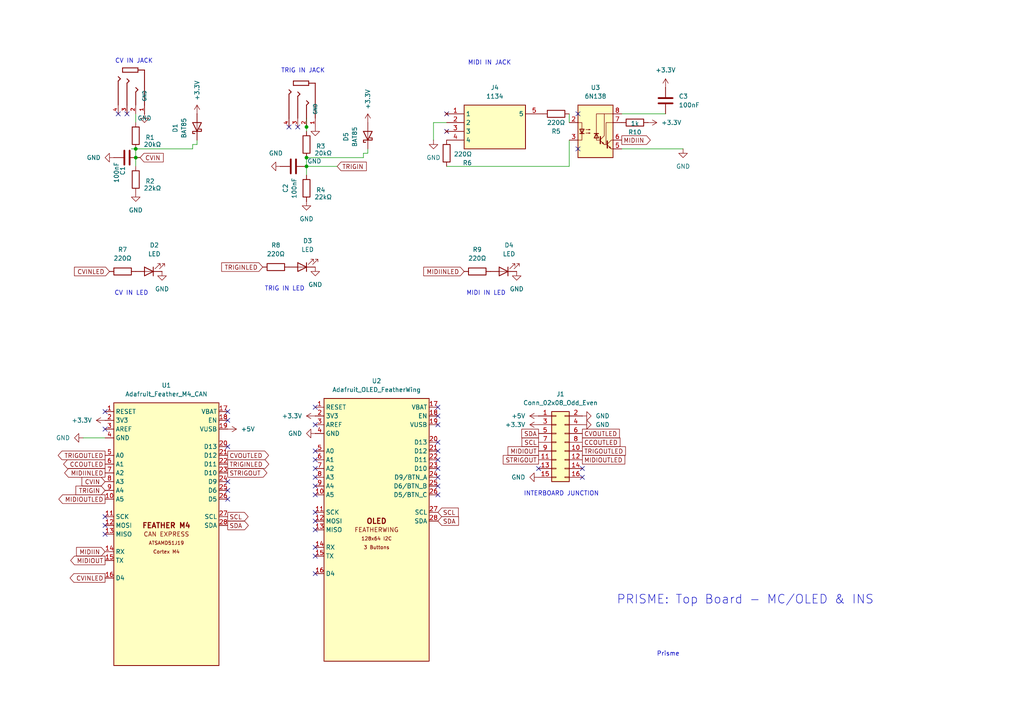
<source format=kicad_sch>
(kicad_sch (version 20250114) (generator "eeschema") (generator_version "9.0")
  (paper "A4")
  (lib_symbols
    (symbol "1134 Din Jack:1134"
      (property "Reference" "J" (at 24.13 7.62 0))
      (property "Value" "1134" (at 24.13 5.08 0))
      (symbol "1134_1_1"
        (rectangle (start 5.08 2.54) (end 22.86 -10.16) (stroke (width 0.254)) (fill (type background)))
        (pin no_connect line (at 0 0 0) (length 5.08) (name "1") (number "1"))
        (pin passive line (at 0 -2.54 0) (length 5.08) (name "2") (number "2"))
        (pin no_connect line (at 0 -5.08 0) (length 5.08) (name "3") (number "3"))
        (pin passive line (at 0 -7.62 0) (length 5.08) (name "4") (number "4"))
        (pin passive line (at 27.94 0 180) (length 5.08) (name "5") (number "5"))
      )
    )
    (symbol "Adafruit:Adafruit_Feather_M4_CAN"
      (property "Reference" "U" (at 0 39.37 0))
      (property "Value" "Adafruit_Feather_M4_CAN" (at 0 -39.37 0))
      (symbol "Adafruit_Feather_M4_CAN_1_1"
        (rectangle (start -15.24 38.1) (end 15.24 -38.1) (stroke (width 0.254)) (fill (type background)))
        (text "FEATHER M4" (at 0 2.54 0) (effects (font (size 1.5 1.5) (bold yes))))
        (text "CAN EXPRESS" (at 0 0 0) (effects (font (size 1.27 1.27))))
        (text "ATSAMD51J19" (at 0 -2.54 0) (effects (font (size 1 1))))
        (text "Cortex M4" (at 0 -5.08 0) (effects (font (size 1 1))))
        (pin input line (at -17.78 35.56 0) (length 2.54) (name "RESET") (number "1"))
        (pin power_out line (at -17.78 33.02 0) (length 2.54) (name "3V3") (number "2"))
        (pin passive line (at -17.78 30.48 0) (length 2.54) (name "AREF") (number "3"))
        (pin power_out line (at -17.78 27.94 0) (length 2.54) (name "GND") (number "4"))
        (pin bidirectional line (at -17.78 22.86 0) (length 2.54) (name "A0") (number "5"))
        (pin bidirectional line (at -17.78 20.32 0) (length 2.54) (name "A1") (number "6"))
        (pin bidirectional line (at -17.78 17.78 0) (length 2.54) (name "A2") (number "7"))
        (pin bidirectional line (at -17.78 15.24 0) (length 2.54) (name "A3") (number "8"))
        (pin bidirectional line (at -17.78 12.7 0) (length 2.54) (name "A4") (number "9"))
        (pin bidirectional line (at -17.78 10.16 0) (length 2.54) (name "A5") (number "10"))
        (pin bidirectional line (at -17.78 5.08 0) (length 2.54) (name "SCK") (number "11"))
        (pin bidirectional line (at -17.78 2.54 0) (length 2.54) (name "MOSI") (number "12"))
        (pin bidirectional line (at -17.78 0 0) (length 2.54) (name "MISO") (number "13"))
        (pin bidirectional line (at -17.78 -5.08 0) (length 2.54) (name "RX") (number "14"))
        (pin bidirectional line (at -17.78 -7.62 0) (length 2.54) (name "TX") (number "15"))
        (pin bidirectional line (at -17.78 -12.7 0) (length 2.54) (name "D4") (number "16"))
        (pin power_out line (at 17.78 35.56 180) (length 2.54) (name "VBAT") (number "17"))
        (pin input line (at 17.78 33.02 180) (length 2.54) (name "EN") (number "18"))
        (pin power_out line (at 17.78 30.48 180) (length 2.54) (name "VUSB") (number "19"))
        (pin bidirectional line (at 17.78 25.4 180) (length 2.54) (name "D13") (number "20"))
        (pin bidirectional line (at 17.78 22.86 180) (length 2.54) (name "D12") (number "21"))
        (pin bidirectional line (at 17.78 20.32 180) (length 2.54) (name "D11") (number "22"))
        (pin bidirectional line (at 17.78 17.78 180) (length 2.54) (name "D10") (number "23"))
        (pin bidirectional line (at 17.78 15.24 180) (length 2.54) (name "D9") (number "24"))
        (pin bidirectional line (at 17.78 12.7 180) (length 2.54) (name "D6") (number "25"))
        (pin bidirectional line (at 17.78 10.16 180) (length 2.54) (name "D5") (number "26"))
        (pin bidirectional line (at 17.78 5.08 180) (length 2.54) (name "SCL") (number "27"))
        (pin bidirectional line (at 17.78 2.54 180) (length 2.54) (name "SDA") (number "28"))
      )
    )
    (symbol "Adafruit:Adafruit_OLED_FeatherWing"
      (property "Reference" "U" (at 0 39.37 0))
      (property "Value" "Adafruit_OLED_FeatherWing" (at 0 -39.37 0))
      (symbol "Adafruit_OLED_FeatherWing_1_1"
        (rectangle (start -15.24 38.1) (end 15.24 -38.1) (stroke (width 0.254)) (fill (type background)))
        (text "OLED" (at 0 2.54 0) (effects (font (size 1.5 1.5) (bold yes))))
        (text "FEATHERWING" (at 0 0 0) (effects (font (size 1.27 1.27))))
        (text "128x64 I2C" (at 0 -2.54 0) (effects (font (size 1 1))))
        (text "3 Buttons" (at 0 -5.08 0) (effects (font (size 1 1))))
        (pin input line (at -17.78 35.56 0) (length 2.54) (name "RESET") (number "1"))
        (pin power_in line (at -17.78 33.02 0) (length 2.54) (name "3V3") (number "2"))
        (pin passive line (at -17.78 30.48 0) (length 2.54) (name "AREF") (number "3"))
        (pin power_in line (at -17.78 27.94 0) (length 2.54) (name "GND") (number "4"))
        (pin bidirectional line (at -17.78 22.86 0) (length 2.54) (name "A0") (number "5"))
        (pin bidirectional line (at -17.78 20.32 0) (length 2.54) (name "A1") (number "6"))
        (pin bidirectional line (at -17.78 17.78 0) (length 2.54) (name "A2") (number "7"))
        (pin bidirectional line (at -17.78 15.24 0) (length 2.54) (name "A3") (number "8"))
        (pin bidirectional line (at -17.78 12.7 0) (length 2.54) (name "A4") (number "9"))
        (pin bidirectional line (at -17.78 10.16 0) (length 2.54) (name "A5") (number "10"))
        (pin bidirectional line (at -17.78 5.08 0) (length 2.54) (name "SCK") (number "11"))
        (pin bidirectional line (at -17.78 2.54 0) (length 2.54) (name "MOSI") (number "12"))
        (pin bidirectional line (at -17.78 0 0) (length 2.54) (name "MISO") (number "13"))
        (pin bidirectional line (at -17.78 -5.08 0) (length 2.54) (name "RX") (number "14"))
        (pin bidirectional line (at -17.78 -7.62 0) (length 2.54) (name "TX") (number "15"))
        (pin bidirectional line (at -17.78 -12.7 0) (length 2.54) (name "D4") (number "16"))
        (pin power_in line (at 17.78 35.56 180) (length 2.54) (name "VBAT") (number "17"))
        (pin input line (at 17.78 33.02 180) (length 2.54) (name "EN") (number "18"))
        (pin power_in line (at 17.78 30.48 180) (length 2.54) (name "VUSB") (number "19"))
        (pin bidirectional line (at 17.78 25.4 180) (length 2.54) (name "D13") (number "20"))
        (pin bidirectional line (at 17.78 22.86 180) (length 2.54) (name "D12") (number "21"))
        (pin bidirectional line (at 17.78 20.32 180) (length 2.54) (name "D11") (number "22"))
        (pin bidirectional line (at 17.78 17.78 180) (length 2.54) (name "D10") (number "23"))
        (pin bidirectional line (at 17.78 15.24 180) (length 2.54) (name "D9/BTN_A") (number "24"))
        (pin bidirectional line (at 17.78 12.7 180) (length 2.54) (name "D6/BTN_B") (number "25"))
        (pin bidirectional line (at 17.78 10.16 180) (length 2.54) (name "D5/BTN_C") (number "26"))
        (pin bidirectional line (at 17.78 5.08 180) (length 2.54) (name "SCL") (number "27"))
        (pin bidirectional line (at 17.78 2.54 180) (length 2.54) (name "SDA") (number "28"))
      )
    )
    (symbol "Connector_Generic:Conn_02x08_Odd_Even" (pin_names (offset 1.016) (hide yes))
      (property "Reference" "J" (at 1.27 10.16 0))
      (property "Value" "Conn_02x08_Odd_Even" (at 1.27 -12.7 0))
      (symbol "Conn_02x08_Odd_Even_1_1"
        (rectangle (start -1.27 8.89) (end 3.81 -11.43) (stroke (width 0.254)) (fill (type background)))
        (rectangle (start -1.27 7.747) (end 0 7.493) (stroke (width 0.1524)))
        (rectangle (start -1.27 5.207) (end 0 4.953) (stroke (width 0.1524)))
        (rectangle (start -1.27 2.667) (end 0 2.413) (stroke (width 0.1524)))
        (rectangle (start -1.27 0.127) (end 0 -0.127) (stroke (width 0.1524)))
        (rectangle (start -1.27 -2.413) (end 0 -2.667) (stroke (width 0.1524)))
        (rectangle (start -1.27 -4.953) (end 0 -5.207) (stroke (width 0.1524)))
        (rectangle (start -1.27 -7.493) (end 0 -7.747) (stroke (width 0.1524)))
        (rectangle (start -1.27 -10.033) (end 0 -10.287) (stroke (width 0.1524)))
        (rectangle (start 3.81 7.747) (end 2.54 7.493) (stroke (width 0.1524)))
        (rectangle (start 3.81 5.207) (end 2.54 4.953) (stroke (width 0.1524)))
        (rectangle (start 3.81 2.667) (end 2.54 2.413) (stroke (width 0.1524)))
        (rectangle (start 3.81 0.127) (end 2.54 -0.127) (stroke (width 0.1524)))
        (rectangle (start 3.81 -2.413) (end 2.54 -2.667) (stroke (width 0.1524)))
        (rectangle (start 3.81 -4.953) (end 2.54 -5.207) (stroke (width 0.1524)))
        (rectangle (start 3.81 -7.493) (end 2.54 -7.747) (stroke (width 0.1524)))
        (rectangle (start 3.81 -10.033) (end 2.54 -10.287) (stroke (width 0.1524)))
        (pin passive line (at -5.08 7.62 0) (length 3.81) (name "Pin_1") (number "1"))
        (pin passive line (at -5.08 5.08 0) (length 3.81) (name "Pin_3") (number "3"))
        (pin passive line (at -5.08 2.54 0) (length 3.81) (name "Pin_5") (number "5"))
        (pin passive line (at -5.08 0 0) (length 3.81) (name "Pin_7") (number "7"))
        (pin passive line (at -5.08 -2.54 0) (length 3.81) (name "Pin_9") (number "9"))
        (pin passive line (at -5.08 -5.08 0) (length 3.81) (name "Pin_11") (number "11"))
        (pin passive line (at -5.08 -7.62 0) (length 3.81) (name "Pin_13") (number "13"))
        (pin passive line (at -5.08 -10.16 0) (length 3.81) (name "Pin_15") (number "15"))
        (pin passive line (at 7.62 7.62 180) (length 3.81) (name "Pin_2") (number "2"))
        (pin passive line (at 7.62 5.08 180) (length 3.81) (name "Pin_4") (number "4"))
        (pin passive line (at 7.62 2.54 180) (length 3.81) (name "Pin_6") (number "6"))
        (pin passive line (at 7.62 0 180) (length 3.81) (name "Pin_8") (number "8"))
        (pin passive line (at 7.62 -2.54 180) (length 3.81) (name "Pin_10") (number "10"))
        (pin passive line (at 7.62 -5.08 180) (length 3.81) (name "Pin_12") (number "12"))
        (pin passive line (at 7.62 -7.62 180) (length 3.81) (name "Pin_14") (number "14"))
        (pin passive line (at 7.62 -10.16 180) (length 3.81) (name "Pin_16") (number "16"))
      )
    )
    (symbol "Device:C" (pin_numbers (hide yes)) (pin_names (offset 0.254))
      (property "Reference" "C" (at 0.635 2.54 0))
      (property "Value" "C" (at 0.635 -2.54 0))
      (symbol "C_0_1"
        (polyline (pts (xy -2.032 0.762) (xy 2.032 0.762)) (stroke (width 0.508)))
        (polyline (pts (xy -2.032 -0.762) (xy 2.032 -0.762)) (stroke (width 0.508)))
      )
      (symbol "C_1_1"
        (pin passive line (at 0 3.81 270) (length 2.794) (name "~") (number "1"))
        (pin passive line (at 0 -3.81 90) (length 2.794) (name "~") (number "2"))
      )
    )
    (symbol "Device:LED" (pin_numbers (hide yes)) (pin_names (offset 1.016) (hide yes))
      (property "Reference" "D" (at 0 2.54 0))
      (property "Value" "LED" (at 0 -2.54 0))
      (symbol "LED_0_1"
        (polyline (pts (xy -3.048 -0.762) (xy -4.572 -2.286) (xy -3.81 -2.286) (xy -4.572 -2.286) (xy -4.572 -1.524)))
        (polyline (pts (xy -1.778 -0.762) (xy -3.302 -2.286) (xy -2.54 -2.286) (xy -3.302 -2.286) (xy -3.302 -1.524)))
        (polyline (pts (xy -1.27 0) (xy 1.27 0)))
        (polyline (pts (xy -1.27 -1.27) (xy -1.27 1.27)) (stroke (width 0.254)))
        (polyline (pts (xy 1.27 -1.27) (xy 1.27 1.27) (xy -1.27 0) (xy 1.27 -1.27)) (stroke (width 0.254)))
      )
      (symbol "LED_1_1"
        (pin passive line (at -3.81 0 0) (length 2.54) (name "K") (number "1"))
        (pin passive line (at 3.81 0 180) (length 2.54) (name "A") (number "2"))
      )
    )
    (symbol "Device:R" (pin_numbers (hide yes)) (pin_names (offset 0))
      (property "Reference" "R" (at 2.032 0 90))
      (property "Value" "R" (at 0 0 90))
      (symbol "R_0_1"
        (rectangle (start -1.016 -2.54) (end 1.016 2.54) (stroke (width 0.254)))
      )
      (symbol "R_1_1"
        (pin passive line (at 0 3.81 270) (length 1.27) (name "~") (number "1"))
        (pin passive line (at 0 -3.81 90) (length 1.27) (name "~") (number "2"))
      )
    )
    (symbol "Diode:BAT85" (pin_numbers (hide yes)) (pin_names (offset 1.016) (hide yes))
      (property "Reference" "D" (at 0 2.54 0))
      (property "Value" "BAT85" (at 0 -2.54 0))
      (symbol "BAT85_0_1"
        (polyline (pts (xy -1.905 0.635) (xy -1.905 1.27) (xy -1.27 1.27) (xy -1.27 -1.27) (xy -0.635 -1.27) (xy -0.635 -0.635)) (stroke (width 0.254)))
        (polyline (pts (xy 1.27 1.27) (xy 1.27 -1.27) (xy -1.27 0) (xy 1.27 1.27)) (stroke (width 0.254)))
        (polyline (pts (xy 1.27 0) (xy -1.27 0)))
      )
      (symbol "BAT85_1_1"
        (pin passive line (at -3.81 0 0) (length 2.54) (name "K") (number "1"))
        (pin passive line (at 3.81 0 180) (length 2.54) (name "A") (number "2"))
      )
    )
    (symbol "Isolator:6N138" (pin_names (offset 1.016) (hide yes))
      (property "Reference" "U" (at -4.064 8.89 0))
      (property "Value" "6N138" (at 2.286 8.89 0))
      (symbol "6N138_0_1"
        (rectangle (start -5.08 7.62) (end 5.08 -7.62) (stroke (width 0.254)) (fill (type background)))
        (polyline (pts (xy -5.08 -2.54) (xy -3.937 -2.54) (xy -3.937 2.54) (xy -5.08 2.54)))
        (polyline (pts (xy -4.572 -0.635) (xy -3.302 -0.635)) (stroke (width 0.254)))
        (polyline (pts (xy -3.937 -0.635) (xy -4.572 0.635) (xy -3.302 0.635) (xy -3.937 -0.635)) (stroke (width 0.254)))
        (polyline (pts (xy -2.794 0.508) (xy -1.524 0.508) (xy -1.905 0.381) (xy -1.905 0.635) (xy -1.524 0.508)))
        (polyline (pts (xy -2.794 -0.508) (xy -1.524 -0.508) (xy -1.905 -0.635) (xy -1.905 -0.381) (xy -1.524 -0.508)))
        (polyline (pts (xy 0.254 -0.635) (xy 0.889 -1.905) (xy -0.381 -1.905) (xy 0.254 -0.635)) (stroke (width 0.254)))
        (polyline (pts (xy 0.889 -0.635) (xy -0.381 -0.635)) (stroke (width 0.254)))
        (polyline (pts (xy 1.27 -2.54) (xy 0.254 -2.54) (xy 0.254 5.08) (xy 2.54 5.08)))
        (polyline (pts (xy 1.397 -1.524) (xy 1.397 -3.556)) (stroke (width 0.3556)))
        (polyline (pts (xy 1.397 -2.413) (xy 2.54 -1.27)))
        (polyline (pts (xy 1.397 -2.667) (xy 2.54 -3.81)))
        (polyline (pts (xy 2.413 -3.683) (xy 2.159 -3.175) (xy 1.905 -3.429) (xy 2.413 -3.683)))
        (polyline (pts (xy 2.54 -1.27) (xy 2.54 5.08) (xy 5.08 5.08)))
        (polyline (pts (xy 2.54 -3.81) (xy 3.175 -3.81)))
        (polyline (pts (xy 3.429 -2.794) (xy 3.429 -4.826)) (stroke (width 0.3556)))
        (polyline (pts (xy 3.429 -3.683) (xy 4.572 -2.54)))
        (polyline (pts (xy 3.429 -3.937) (xy 4.572 -5.08)))
        (polyline (pts (xy 4.445 -4.953) (xy 4.191 -4.445) (xy 3.937 -4.699) (xy 4.445 -4.953)))
        (polyline (pts (xy 4.572 -2.54) (xy 5.08 -2.54)))
        (polyline (pts (xy 4.572 -5.08) (xy 5.08 -5.08)))
        (polyline (pts (xy 5.08 2.54) (xy 3.048 2.54) (xy 3.048 -3.81)))
      )
      (symbol "6N138_1_1"
        (pin passive line (at -7.62 2.54 0) (length 2.54) (name "C1") (number "2"))
        (pin passive line (at -7.62 -2.54 0) (length 2.54) (name "C2") (number "3"))
        (pin no_connect line (at -5.08 5.08 0) (length 2.54) (hide yes) (name "NC") (number "1"))
        (pin no_connect line (at -5.08 -5.08 0) (length 2.54) (hide yes) (name "NC") (number "4"))
        (pin passive line (at 7.62 5.08 180) (length 2.54) (name "VCC") (number "8"))
        (pin passive line (at 7.62 2.54 180) (length 2.54) (name "VO1") (number "7"))
        (pin passive line (at 7.62 -2.54 180) (length 2.54) (name "VO2") (number "6"))
        (pin passive line (at 7.62 -5.08 180) (length 2.54) (name "GND") (number "5"))
      )
    )
    (symbol "PJ-320A:PJ-320A" (pin_names (offset 1.016))
      (symbol "PJ-320A_0_0"
        (polyline (pts (xy -5.08 1.27) (xy 1.905 1.27)) (stroke (width 0.254)))
        (polyline (pts (xy -5.08 -1.27) (xy 1.27 -1.27)) (stroke (width 0.254)))
        (polyline (pts (xy -5.08 -3.81) (xy -1.27 -3.81)) (stroke (width 0.254)))
        (polyline (pts (xy -5.08 -6.35) (xy 5.08 -6.35)) (stroke (width 0.254)))
        (polyline (pts (xy -1.27 -3.81) (xy -0.635 -4.445)) (stroke (width 0.254)))
        (polyline (pts (xy -0.635 -4.445) (xy 0 -3.81)) (stroke (width 0.254)))
        (polyline (pts (xy 1.27 -1.27) (xy 1.905 -1.905)) (stroke (width 0.254)))
        (polyline (pts (xy 1.905 1.27) (xy 2.54 0.635)) (stroke (width 0.254)))
        (polyline (pts (xy 1.905 -1.905) (xy 2.54 -1.27)) (stroke (width 0.254)))
        (polyline (pts (xy 2.54 0.635) (xy 3.175 1.27)) (stroke (width 0.254)))
        (polyline (pts (xy 4.445 0) (xy 5.715 0)) (stroke (width 0.254)))
        (polyline (pts (xy 4.445 -4.445) (xy 4.445 0)) (stroke (width 0.254)))
        (polyline (pts (xy 5.08 -4.445) (xy 4.445 -4.445)) (stroke (width 0.254)))
        (polyline (pts (xy 5.08 -6.35) (xy 5.08 -4.445)) (stroke (width 0.254)))
        (polyline (pts (xy 5.715 0) (xy 5.715 -4.445)) (stroke (width 0.254)))
        (polyline (pts (xy 5.715 -4.445) (xy 5.08 -4.445)) (stroke (width 0.254)))
        (pin passive line (at -7.62 1.27 0) (length 2.54) (name "~") (number "4"))
      )
      (symbol "PJ-320A_1_0"
        (pin passive line (at -7.62 -1.27 0) (length 2.54) (name "") (number "3"))
        (pin passive line (at -7.62 -3.81 0) (length 2.54) (name "") (number "2"))
        (pin passive line (at -7.62 -6.35 0) (length 2.54) (name "GND") (number "1"))
      )
    )
    (symbol "PJ-320A_1" (pin_names (offset 1.016))
      (symbol "PJ-320A_1_0_0"
        (polyline (pts (xy -5.08 1.27) (xy 1.905 1.27)) (stroke (width 0.254)))
        (polyline (pts (xy -5.08 -1.27) (xy 1.27 -1.27)) (stroke (width 0.254)))
        (polyline (pts (xy -5.08 -3.81) (xy -1.27 -3.81)) (stroke (width 0.254)))
        (polyline (pts (xy -5.08 -6.35) (xy 5.08 -6.35)) (stroke (width 0.254)))
        (polyline (pts (xy -1.27 -3.81) (xy -0.635 -4.445)) (stroke (width 0.254)))
        (polyline (pts (xy -0.635 -4.445) (xy 0 -3.81)) (stroke (width 0.254)))
        (polyline (pts (xy 1.27 -1.27) (xy 1.905 -1.905)) (stroke (width 0.254)))
        (polyline (pts (xy 1.905 1.27) (xy 2.54 0.635)) (stroke (width 0.254)))
        (polyline (pts (xy 1.905 -1.905) (xy 2.54 -1.27)) (stroke (width 0.254)))
        (polyline (pts (xy 2.54 0.635) (xy 3.175 1.27)) (stroke (width 0.254)))
        (polyline (pts (xy 4.445 0) (xy 5.715 0)) (stroke (width 0.254)))
        (polyline (pts (xy 4.445 -4.445) (xy 4.445 0)) (stroke (width 0.254)))
        (polyline (pts (xy 5.08 -4.445) (xy 4.445 -4.445)) (stroke (width 0.254)))
        (polyline (pts (xy 5.08 -6.35) (xy 5.08 -4.445)) (stroke (width 0.254)))
        (polyline (pts (xy 5.715 0) (xy 5.715 -4.445)) (stroke (width 0.254)))
        (polyline (pts (xy 5.715 -4.445) (xy 5.08 -4.445)) (stroke (width 0.254)))
        (pin passive line (at -7.62 1.27 0) (length 2.54) (name "~") (number "4"))
      )
      (symbol "PJ-320A_1_1_0"
        (pin passive line (at -7.62 -1.27 0) (length 2.54) (name "") (number "3"))
        (pin passive line (at -7.62 -3.81 0) (length 2.54) (name "") (number "2"))
        (pin passive line (at -7.62 -6.35 0) (length 2.54) (name "GND") (number "1"))
      )
    )
    (symbol "power:+3.3V" (power) (pin_numbers (hide yes)) (pin_names (offset 0) (hide yes))
      (property "Value" "+3.3V" (at 0 3.556 0))
      (symbol "+3.3V_0_1"
        (polyline (pts (xy -0.762 1.27) (xy 0 2.54)))
        (polyline (pts (xy 0 2.54) (xy 0.762 1.27)))
        (polyline (pts (xy 0 0) (xy 0 2.54)))
      )
      (symbol "+3.3V_1_1"
        (pin power_in line (at 0 0 90) (length 0) (name "~") (number "1"))
      )
    )
    (symbol "power:+5V" (power) (pin_numbers (hide yes)) (pin_names (offset 0) (hide yes))
      (property "Value" "+5V" (at 0 3.556 0))
      (symbol "+5V_0_1"
        (polyline (pts (xy -0.762 1.27) (xy 0 2.54)))
        (polyline (pts (xy 0 2.54) (xy 0.762 1.27)))
        (polyline (pts (xy 0 0) (xy 0 2.54)))
      )
      (symbol "+5V_1_1"
        (pin power_in line (at 0 0 90) (length 0) (name "~") (number "1"))
      )
    )
    (symbol "power:GND" (power) (pin_numbers (hide yes)) (pin_names (offset 0) (hide yes))
      (property "Value" "GND" (at 0 -3.81 0))
      (symbol "GND_0_1"
        (polyline (pts (xy 0 0) (xy 0 -1.27) (xy 1.27 -1.27) (xy 0 -2.54) (xy -1.27 -1.27) (xy 0 -1.27)))
      )
      (symbol "GND_1_1"
        (pin power_in line (at 0 0 270) (length 0) (name "~") (number "1"))
      )
    )
  )
  (text "INTERBOARD JUNCTION" (at 162.814 143.256 0) (effects (font (size 1.27 1.27))))
  (text "Prisme" (at 193.802 189.738 0) (effects (font (size 1.27 1.27))))
  (text "TRIG IN LED" (at 82.55 83.82 0) (effects (font (size 1.27 1.27))))
  (text "CV IN LED" (at 38.1 85.09 0) (effects (font (size 1.27 1.27))))
  (text "PRISME: Top Board - MC/OLED & INS" (at 216.154 173.99 0) (effects (font (size 2.54 2.54))))
  (text "MIDI IN LED" (at 140.97 85.09 0) (effects (font (size 1.27 1.27))))
  (text "MIDI IN JACK" (at 141.986 18.288 0) (effects (font (size 1.27 1.27))))
  (text "TRIG IN JACK" (at 87.884 20.574 0) (effects (font (size 1.27 1.27))))
  (text "CV IN JACK" (at 38.862 17.78 0) (effects (font (size 1.27 1.27))))
  (junction (at 39.37 43.18))
  (junction (at 88.9 45.72))
  (junction (at 39.37 45.72))
  (junction (at 88.9 36.83))
  (junction (at 88.9 48.26))
  (no_connect (at 91.44 166.37))
  (no_connect (at 129.54 33.02))
  (no_connect (at 30.48 124.46))
  (no_connect (at 127 140.97))
  (no_connect (at 129.54 38.1))
  (no_connect (at 91.44 151.13))
  (no_connect (at 91.44 148.59))
  (no_connect (at 127 138.43))
  (no_connect (at 127 123.19))
  (no_connect (at 30.48 119.38))
  (no_connect (at 91.44 123.19))
  (no_connect (at 127 135.89))
  (no_connect (at 127 128.27))
  (no_connect (at 91.44 138.43))
  (no_connect (at 91.44 158.75))
  (no_connect (at 66.04 144.78))
  (no_connect (at 91.44 130.81))
  (no_connect (at 91.44 135.89))
  (no_connect (at 66.04 129.54))
  (no_connect (at 167.64 33.02))
  (no_connect (at 127 120.65))
  (no_connect (at 91.44 118.11))
  (no_connect (at 86.36 36.83))
  (no_connect (at 127 143.51))
  (no_connect (at 30.48 154.94))
  (no_connect (at 127 130.81))
  (no_connect (at 36.83 33.02))
  (no_connect (at 83.82 36.83))
  (no_connect (at 66.04 139.7))
  (no_connect (at 167.64 43.18))
  (no_connect (at 156.21 135.89))
  (no_connect (at 168.91 135.89))
  (no_connect (at 127 133.35))
  (no_connect (at 66.04 119.38))
  (no_connect (at 66.04 142.24))
  (no_connect (at 91.44 143.51))
  (no_connect (at 34.29 33.02))
  (no_connect (at 91.44 133.35))
  (no_connect (at 91.44 161.29))
  (no_connect (at 168.91 138.43))
  (no_connect (at 127 118.11))
  (no_connect (at 91.44 140.97))
  (no_connect (at 66.04 121.92))
  (no_connect (at 30.48 149.86))
  (no_connect (at 30.48 152.4))
  (no_connect (at 91.44 153.67))
  (wire (pts (xy 165.1 33.02) (xy 165.1 35.56)))
  (wire (pts (xy 180.34 33.02) (xy 193.04 33.02)))
  (wire (pts (xy 39.37 48.26) (xy 39.37 45.72)))
  (wire (pts (xy 88.9 38.1) (xy 88.9 36.83)))
  (wire (pts (xy 88.9 45.72) (xy 105.41 45.72)))
  (wire (pts (xy 125.73 35.56) (xy 125.73 40.64)))
  (wire (pts (xy 88.9 45.72) (xy 88.9 48.26)))
  (wire (pts (xy 88.9 48.26) (xy 97.79 48.26)))
  (wire (pts (xy 129.54 35.56) (xy 125.73 35.56)))
  (wire (pts (xy 55.88 43.18) (xy 55.88 41.91)))
  (wire (pts (xy 165.1 48.26) (xy 165.1 40.64)))
  (wire (pts (xy 39.37 45.72) (xy 39.37 43.18)))
  (wire (pts (xy 105.41 44.45) (xy 106.68 44.45)))
  (wire (pts (xy 57.15 41.91) (xy 57.15 40.64)))
  (wire (pts (xy 180.34 43.18) (xy 198.12 43.18)))
  (wire (pts (xy 88.9 34.29) (xy 88.9 36.83)))
  (wire (pts (xy 24.13 127) (xy 30.48 127)))
  (wire (pts (xy 106.68 44.45) (xy 106.68 43.18)))
  (wire (pts (xy 39.37 43.18) (xy 38.1 43.18)))
  (wire (pts (xy 39.37 35.56) (xy 39.37 33.02)))
  (wire (pts (xy 88.9 50.8) (xy 88.9 48.26)))
  (wire (pts (xy 129.54 48.26) (xy 165.1 48.26)))
  (wire (pts (xy 105.41 45.72) (xy 105.41 44.45)))
  (wire (pts (xy 39.37 43.18) (xy 55.88 43.18)))
  (wire (pts (xy 40.64 45.72) (xy 39.37 45.72)))
  (wire (pts (xy 55.88 41.91) (xy 57.15 41.91)))
  (global_label "MIDIINLED" (shape output) (at 30.48 137.16 180) (property "Intersheetrefs" "${INTERSHEET_REFS}" (effects (hide yes))))
  (global_label "TRIGIN" (shape input) (at 97.79 48.26 0) (property "Intersheetrefs" "${INTERSHEET_REFS}" (effects (hide yes))))
  (global_label "SCL" (shape output) (at 66.04 149.86 0) (property "Intersheetrefs" "${INTERSHEET_REFS}" (effects (hide yes))))
  (global_label "TRIGIN" (shape input) (at 30.48 142.24 180) (property "Intersheetrefs" "${INTERSHEET_REFS}" (effects (hide yes))))
  (global_label "MIDIOUT" (shape output) (at 30.48 162.56 180) (property "Intersheetrefs" "${INTERSHEET_REFS}" (effects (hide yes))))
  (global_label "CVINLED" (shape output) (at 30.48 167.64 180) (property "Intersheetrefs" "${INTERSHEET_REFS}" (effects (hide yes))))
  (global_label "SDA" (shape passive) (at 156.21 125.73 180) (property "Intersheetrefs" "${INTERSHEET_REFS}" (effects (hide yes))))
  (global_label "CVIN" (shape input) (at 40.64 45.72 0) (property "Intersheetrefs" "${INTERSHEET_REFS}" (effects (hide yes))))
  (global_label "TRIGOUTLED" (shape passive) (at 168.91 130.81 0) (property "Intersheetrefs" "${INTERSHEET_REFS}" (effects (hide yes))))
  (global_label "SDA" (shape input) (at 127 151.13 0) (property "Intersheetrefs" "${INTERSHEET_REFS}" (effects (hide yes))))
  (global_label "MIDIIN" (shape output) (at 180.34 40.64 0) (property "Intersheetrefs" "${INTERSHEET_REFS}" (effects (hide yes))))
  (global_label "STRIGOUT" (shape output) (at 66.04 137.16 0) (property "Intersheetrefs" "${INTERSHEET_REFS}" (effects (hide yes))))
  (global_label "TRIGOUTLED" (shape output) (at 30.48 132.08 180) (property "Intersheetrefs" "${INTERSHEET_REFS}" (effects (hide yes))))
  (global_label "TRIGINLED" (shape input) (at 76.2 77.47 180) (property "Intersheetrefs" "${INTERSHEET_REFS}" (effects (hide yes))))
  (global_label "CVIN" (shape input) (at 30.48 139.7 180) (property "Intersheetrefs" "${INTERSHEET_REFS}" (effects (hide yes))))
  (global_label "SDA" (shape output) (at 66.04 152.4 0) (property "Intersheetrefs" "${INTERSHEET_REFS}" (effects (hide yes))))
  (global_label "MIDIOUT" (shape passive) (at 156.21 130.81 180) (property "Intersheetrefs" "${INTERSHEET_REFS}" (effects (hide yes))))
  (global_label "MIDIOUTLED" (shape output) (at 30.48 144.78 180) (property "Intersheetrefs" "${INTERSHEET_REFS}" (effects (hide yes))))
  (global_label "MIDIOUTLED" (shape passive) (at 168.91 133.35 0) (property "Intersheetrefs" "${INTERSHEET_REFS}" (effects (hide yes))))
  (global_label "MIDIINLED" (shape input) (at 134.62 78.74 180) (property "Intersheetrefs" "${INTERSHEET_REFS}" (effects (hide yes))))
  (global_label "TRIGINLED" (shape output) (at 66.04 134.62 0) (property "Intersheetrefs" "${INTERSHEET_REFS}" (effects (hide yes))))
  (global_label "MIDIIN" (shape input) (at 30.48 160.02 180) (property "Intersheetrefs" "${INTERSHEET_REFS}" (effects (hide yes))))
  (global_label "CCOUTLED" (shape passive) (at 168.91 128.27 0) (property "Intersheetrefs" "${INTERSHEET_REFS}" (effects (hide yes))))
  (global_label "CVINLED" (shape input) (at 31.75 78.74 180) (property "Intersheetrefs" "${INTERSHEET_REFS}" (effects (hide yes))))
  (global_label "SCL" (shape passive) (at 156.21 128.27 180) (property "Intersheetrefs" "${INTERSHEET_REFS}" (effects (hide yes))))
  (global_label "CCOUTLED" (shape output) (at 30.48 134.62 180) (property "Intersheetrefs" "${INTERSHEET_REFS}" (effects (hide yes))))
  (global_label "SCL" (shape input) (at 127 148.59 0) (property "Intersheetrefs" "${INTERSHEET_REFS}" (effects (hide yes))))
  (global_label "CVOUTLED" (shape output) (at 66.04 132.08 0) (property "Intersheetrefs" "${INTERSHEET_REFS}" (effects (hide yes))))
  (global_label "STRIGOUT" (shape passive) (at 156.21 133.35 180) (property "Intersheetrefs" "${INTERSHEET_REFS}" (effects (hide yes))))
  (global_label "CVOUTLED" (shape passive) (at 168.91 125.73 0) (property "Intersheetrefs" "${INTERSHEET_REFS}" (effects (hide yes))))
  (symbol (lib_id "Device:R") (at 129.54 44.45 180) (unit 1)
    (property "Reference" "R6" (at 136.906 47.244 0) (effects (justify left)))
    (property "Value" "220Ω" (at 136.906 44.704 0) (effects (justify left)))
    (property "Footprint" "Resistor_THT:R_Axial_DIN0207_L6.3mm_D2.5mm_P7.62mm_Horizontal" (effects (hide yes)))
    (property "Description" "Resistor" (effects (hide yes)))
  )
  (symbol (lib_id "Device:R") (at 39.37 52.07 0) (unit 1)
    (property "Reference" "R2" (at 42.164 52.578 0) (effects (justify left)))
    (property "Value" "22kΩ" (at 41.656 54.61 0) (effects (justify left)))
    (property "Footprint" "Resistor_THT:R_Axial_DIN0207_L6.3mm_D2.5mm_P7.62mm_Horizontal" (effects (hide yes)))
    (property "Description" "Resistor" (effects (hide yes)))
  )
  (symbol (lib_id "Device:R") (at 88.9 41.91 0) (unit 1)
    (property "Reference" "R3" (at 91.694 42.418 0) (effects (justify left)))
    (property "Value" "20kΩ" (at 91.186 44.45 0) (effects (justify left)))
    (property "Footprint" "Resistor_THT:R_Axial_DIN0207_L6.3mm_D2.5mm_P7.62mm_Horizontal" (effects (hide yes)))
    (property "Description" "Resistor" (effects (hide yes)))
  )
  (symbol (lib_id "power:+3.3V") (at 187.96 35.56 270) (unit 1)
    (property "Reference" "#PWR024" (effects (hide yes)))
    (property "Value" "+3.3V" (at 191.77 35.5599 90) (effects (justify left)))
    (property "Description" "Power symbol creates a global label with name \"+3.3V\"" (effects (hide yes)))
  )
  (symbol (lib_id "power:+5V") (at 66.04 124.46 270) (unit 1)
    (property "Reference" "#PWR03" (effects (hide yes)))
    (property "Value" "+5V" (at 69.85 124.4599 90) (effects (justify left)))
    (property "Description" "Power symbol creates a global label with name \"+5V\"" (effects (hide yes)))
  )
  (symbol (lib_id "Device:C") (at 85.09 48.26 90) (unit 1)
    (property "Reference" "C2" (at 82.804 54.61 0))
    (property "Value" "100nF" (at 85.344 54.61 0))
    (property "Footprint" "Capacitor_THT:C_Disc_D3.0mm_W1.6mm_P2.50mm" (effects (hide yes)))
    (property "Description" "Unpolarized capacitor" (effects (hide yes)))
  )
  (symbol (lib_id "Device:R") (at 138.43 78.74 270) (unit 1)
    (property "Reference" "R9" (at 138.43 72.39 90))
    (property "Value" "220Ω" (at 138.43 74.93 90))
    (property "Footprint" "Resistor_THT:R_Axial_DIN0207_L6.3mm_D2.5mm_P7.62mm_Horizontal" (effects (hide yes)))
    (property "Description" "Resistor" (effects (hide yes)))
  )
  (symbol (lib_id "Diode:BAT85") (at 57.15 36.83 90) (unit 1)
    (property "Reference" "D1" (at 50.8 37.1475 0))
    (property "Value" "BAT85" (at 53.34 37.1475 0))
    (property "Footprint" "Diode_THT:D_DO-35_SOD27_P7.62mm_Horizontal" (effects (hide yes)))
    (property "Datasheet" "https://assets.nexperia.com/documents/data-sheet/BAT85.pdf" (effects (hide yes)))
    (property "Description" "30V 0.2A Schottky barrier single diode, DO-35" (effects (hide yes)))
  )
  (symbol (lib_id "power:GND") (at 88.9 58.42 0) (unit 1)
    (property "Reference" "#PWR018" (effects (hide yes)))
    (property "Value" "GND" (at 88.9 63.5 0))
    (property "Description" "Power symbol creates a global label with name \"GND\" , ground" (effects (hide yes)))
  )
  (symbol (lib_id "power:GND") (at 41.91 33.02 0) (unit 1)
    (property "Reference" "#PWR013" (effects (hide yes)))
    (property "Value" "GND" (at 41.91 34.29 0))
    (property "Description" "Power symbol creates a global label with name \"GND\" , ground" (effects (hide yes)))
  )
  (symbol (lib_id "Device:R") (at 184.15 35.56 90) (unit 1)
    (property "Reference" "R10" (at 184.15 38.354 90))
    (property "Value" "1k" (at 184.15 35.814 90))
    (property "Footprint" "Resistor_THT:R_Axial_DIN0207_L6.3mm_D2.5mm_P7.62mm_Horizontal" (effects (hide yes)))
    (property "Description" "Resistor" (effects (hide yes)))
  )
  (symbol (lib_id "power:+3.3V") (at 193.04 25.4 0) (unit 1)
    (property "Reference" "#PWR019" (effects (hide yes)))
    (property "Value" "+3.3V" (at 193.04 20.32 0))
    (property "Description" "Power symbol creates a global label with name \"+3.3V\"" (effects (hide yes)))
  )
  (symbol (lib_id "Device:LED") (at 146.05 78.74 180) (unit 1)
    (property "Reference" "D4" (at 147.6375 71.12 0))
    (property "Value" "LED" (at 147.6375 73.66 0))
    (property "Footprint" "LED_THT:LED_D1.8mm_W3.3mm_H2.4mm" (effects (hide yes)))
    (property "Description" "Light emitting diode" (effects (hide yes)))
    (property "Sim.Pins" "1=K 2=A" (effects (hide yes)))
  )
  (symbol (lib_id "Diode:BAT85") (at 106.68 39.37 90) (unit 1)
    (property "Reference" "D5" (at 100.33 39.6875 0))
    (property "Value" "BAT85" (at 102.87 39.6875 0))
    (property "Footprint" "Diode_THT:D_DO-35_SOD27_P7.62mm_Horizontal" (effects (hide yes)))
    (property "Datasheet" "https://assets.nexperia.com/documents/data-sheet/BAT85.pdf" (effects (hide yes)))
    (property "Description" "30V 0.2A Schottky barrier single diode, DO-35" (effects (hide yes)))
  )
  (symbol (lib_id "power:+3.3V") (at 106.68 35.56 0) (unit 1)
    (property "Reference" "#PWR025" (effects (hide yes)))
    (property "Value" "+3.3V" (at 106.6799 31.75 90) (effects (justify left)))
    (property "Description" "Power symbol creates a global label with name \"+3.3V\"" (effects (hide yes)))
  )
  (symbol (lib_id "power:GND") (at 91.44 77.47 0) (unit 1)
    (property "Reference" "#PWR022" (effects (hide yes)))
    (property "Value" "GND" (at 91.44 82.55 0))
    (property "Description" "Power symbol creates a global label with name \"GND\" , ground" (effects (hide yes)))
  )
  (symbol (lib_id "power:+3.3V") (at 156.21 123.19 90) (unit 1)
    (property "Reference" "#PWR07" (effects (hide yes)))
    (property "Value" "+3.3V" (at 152.4 123.1899 90) (effects (justify left)))
    (property "Description" "Power symbol creates a global label with name \"+3.3V\"" (effects (hide yes)))
  )
  (symbol (lib_id "1134 Din Jack:1134") (at 129.54 33.02 0) (unit 1)
    (property "Reference" "J4" (at 143.51 25.4 0))
    (property "Value" "1134" (at 143.51 27.94 0))
    (property "Footprint" "1134 Din Jack:1134_footprint" (effects (hide yes)))
    (property "Datasheet" "https://cdn-shop.adafruit.com/datasheets/SDS-XXJ.pdf" (effects (hide yes)))
    (property "Description" "Adafruit Accessories Breadboard Friendly MIDI Jack 5-pin DIN" (effects (hide yes)))
    (property "Height" "21.3" (effects (hide yes)))
    (property "Manufacturer_Name" "Adafruit" (effects (hide yes)))
    (property "Manufacturer_Part_Number" "1134" (effects (hide yes)))
    (property "Mouser Part Number" "485-1134" (effects (hide yes)))
    (property "Mouser Price/Stock" "https://www.mouser.co.uk/ProductDetail/Adafruit/1134?qs=GURawfaeGuCcC0%252BrNLxslQ%3D%3D" (effects (hide yes)))
    (property "Arrow Part Number" "1134" (effects (hide yes)))
    (property "Arrow Price/Stock" "https://www.arrow.com/en/products/1134/adafruit-industries" (effects (hide yes)))
  )
  (symbol (lib_id "power:+3.3V") (at 57.15 33.02 0) (unit 1)
    (property "Reference" "#PWR015" (effects (hide yes)))
    (property "Value" "+3.3V" (at 57.1499 29.21 90) (effects (justify left)))
    (property "Description" "Power symbol creates a global label with name \"+3.3V\"" (effects (hide yes)))
  )
  (symbol (lib_id "power:GND") (at 125.73 40.64 0) (unit 1)
    (property "Reference" "#PWR011" (effects (hide yes)))
    (property "Value" "GND" (at 125.73 45.72 0))
    (property "Description" "Power symbol creates a global label with name \"GND\" , ground" (effects (hide yes)))
  )
  (symbol (lib_id "Connector_Generic:Conn_02x08_Odd_Even") (at 161.29 128.27 0) (unit 1)
    (property "Reference" "J1" (at 162.56 114.3 0))
    (property "Value" "Conn_02x08_Odd_Even" (at 162.56 116.84 0))
    (property "Footprint" "Connector_PinHeader_2.54mm:PinHeader_2x08_P2.54mm_Vertical" (effects (hide yes)))
    (property "Description" "Generic connector, double row, 02x08, odd/even pin numbering scheme (row 1 odd numbers, row 2 even numbers), script generated (kicad-library-utils/schlib/autogen/connector/)" (effects (hide yes)))
  )
  (symbol (lib_id "power:+5V") (at 156.21 120.65 90) (unit 1)
    (property "Reference" "#PWR06" (effects (hide yes)))
    (property "Value" "+5V" (at 152.4 120.6499 90) (effects (justify left)))
    (property "Description" "Power symbol creates a global label with name \"+5V\"" (effects (hide yes)))
  )
  (symbol (lib_id "power:GND") (at 156.21 138.43 270) (unit 1)
    (property "Reference" "#PWR08" (effects (hide yes)))
    (property "Value" "GND" (at 152.4 138.4299 90) (effects (justify right)))
    (property "Description" "Power symbol creates a global label with name \"GND\" , ground" (effects (hide yes)))
  )
  (symbol (lib_id "Device:R") (at 80.01 77.47 270) (unit 1)
    (property "Reference" "R8" (at 80.01 71.12 90))
    (property "Value" "220Ω" (at 80.01 73.66 90))
    (property "Footprint" "Resistor_THT:R_Axial_DIN0207_L6.3mm_D2.5mm_P7.62mm_Horizontal" (effects (hide yes)))
    (property "Description" "Resistor" (effects (hide yes)))
  )
  (symbol (lib_id "Device:R") (at 35.56 78.74 270) (unit 1)
    (property "Reference" "R7" (at 35.56 72.39 90))
    (property "Value" "220Ω" (at 35.56 74.93 90))
    (property "Footprint" "Resistor_THT:R_Axial_DIN0207_L6.3mm_D2.5mm_P7.62mm_Horizontal" (effects (hide yes)))
    (property "Description" "Resistor" (effects (hide yes)))
  )
  (symbol (lib_id "Device:C") (at 193.04 29.21 0) (unit 1)
    (property "Reference" "C3" (at 196.85 27.9399 0) (effects (justify left)))
    (property "Value" "100nF" (at 196.85 30.4799 0) (effects (justify left)))
    (property "Footprint" "Capacitor_THT:C_Disc_D3.0mm_W1.6mm_P2.50mm" (effects (hide yes)))
    (property "Description" "Unpolarized capacitor" (effects (hide yes)))
  )
  (symbol (lib_id "Isolator:6N138") (at 172.72 38.1 0) (unit 1)
    (property "Reference" "U3" (at 172.72 25.4 0))
    (property "Value" "6N138" (at 172.72 27.94 0))
    (property "Footprint" "Package_DIP:DIP-8_W7.62mm" (effects (hide yes)))
    (property "Datasheet" "http://www.onsemi.com/pub/Collateral/HCPL2731-D.pdf" (effects (hide yes)))
    (property "Description" "Low Input Current high Gain Split Darlington Optocouplers, -0.5V to 7V VDD, DIP-8" (effects (hide yes)))
  )
  (symbol (lib_id "power:GND") (at 46.99 78.74 0) (unit 1)
    (property "Reference" "#PWR021" (effects (hide yes)))
    (property "Value" "GND" (at 46.99 83.82 0))
    (property "Description" "Power symbol creates a global label with name \"GND\" , ground" (effects (hide yes)))
  )
  (symbol (lib_id "Device:LED") (at 87.63 77.47 180) (unit 1)
    (property "Reference" "D3" (at 89.2175 69.85 0))
    (property "Value" "LED" (at 89.2175 72.39 0))
    (property "Footprint" "LED_THT:LED_D1.8mm_W3.3mm_H2.4mm" (effects (hide yes)))
    (property "Description" "Light emitting diode" (effects (hide yes)))
    (property "Sim.Pins" "1=K 2=A" (effects (hide yes)))
  )
  (symbol (lib_id "power:GND") (at 91.44 36.83 0) (unit 1)
    (property "Reference" "#PWR012" (effects (hide yes)))
    (property "Value" "GND" (at 91.186 46.736 0))
    (property "Description" "Power symbol creates a global label with name \"GND\" , ground" (effects (hide yes)))
  )
  (symbol (lib_id "power:GND") (at 168.91 123.19 90) (unit 1)
    (property "Reference" "#PWR010" (effects (hide yes)))
    (property "Value" "GND" (at 172.72 123.1899 90) (effects (justify right)))
    (property "Description" "Power symbol creates a global label with name \"GND\" , ground" (effects (hide yes)))
  )
  (symbol (lib_id "power:GND") (at 39.37 55.88 0) (unit 1)
    (property "Reference" "#PWR016" (effects (hide yes)))
    (property "Value" "GND" (at 39.37 60.96 0))
    (property "Description" "Power symbol creates a global label with name \"GND\" , ground" (effects (hide yes)))
  )
  (symbol (lib_id "power:+3.3V") (at 30.48 121.92 90) (unit 1)
    (property "Reference" "#PWR01" (effects (hide yes)))
    (property "Value" "+3.3V" (at 26.67 121.9199 90) (effects (justify left)))
    (property "Description" "Power symbol creates a global label with name \"+3.3V\"" (effects (hide yes)))
  )
  (symbol (lib_id "Device:R") (at 161.29 33.02 90) (unit 1)
    (property "Reference" "R5" (at 161.29 38.1 90))
    (property "Value" "220Ω" (at 161.29 35.56 90))
    (property "Footprint" "Resistor_THT:R_Axial_DIN0207_L6.3mm_D2.5mm_P7.62mm_Horizontal" (effects (hide yes)))
    (property "Description" "Resistor" (effects (hide yes)))
  )
  (symbol (lib_id "Adafruit:Adafruit_Feather_M4_CAN") (at 48.26 154.94 0) (unit 1)
    (property "Reference" "U1" (at 48.26 111.76 0))
    (property "Value" "Adafruit_Feather_M4_CAN" (at 48.26 114.3 0))
    (property "Footprint" "Adafruit_Modules:Adafruit_Feather_M4_CAN" (effects (hide yes)))
    (property "Datasheet" "https://www.adafruit.com/product/4759" (effects (hide yes)))
    (property "Description" "Adafruit Feather M4 CAN Express - ATSAMD51 Cortex M4" (effects (hide yes)))
    (property "Manufacturer" "Adafruit" (effects (hide yes)))
    (property "MPN" "4759" (effects (hide yes)))
  )
  (symbol (lib_id "power:GND") (at 168.91 120.65 90) (unit 1)
    (property "Reference" "#PWR09" (effects (hide yes)))
    (property "Value" "GND" (at 172.72 120.6499 90) (effects (justify right)))
    (property "Description" "Power symbol creates a global label with name \"GND\" , ground" (effects (hide yes)))
  )
  (symbol (lib_id "Adafruit:Adafruit_OLED_FeatherWing") (at 109.22 153.67 0) (unit 1)
    (property "Reference" "U2" (at 109.22 110.49 0))
    (property "Value" "Adafruit_OLED_FeatherWing" (at 109.22 113.03 0))
    (property "Footprint" "Adafruit_Modules:Adafruit_OLED_FeatherWing" (effects (hide yes)))
    (property "Datasheet" "https://www.adafruit.com/product/4650" (effects (hide yes)))
    (property "Description" "Adafruit OLED FeatherWing - 128x64 OLED Add-on For Feather" (effects (hide yes)))
    (property "Manufacturer" "Adafruit" (effects (hide yes)))
    (property "MPN" "4650" (effects (hide yes)))
  )
  (symbol (lib_id "power:GND") (at 198.12 43.18 0) (unit 1)
    (property "Reference" "#PWR020" (effects (hide yes)))
    (property "Value" "GND" (at 198.12 48.26 0))
    (property "Description" "Power symbol creates a global label with name \"GND\" , ground" (effects (hide yes)))
  )
  (symbol (lib_id "power:GND") (at 24.13 127 270) (unit 1)
    (property "Reference" "#PWR02" (effects (hide yes)))
    (property "Value" "GND" (at 20.32 126.9999 90) (effects (justify right)))
    (property "Description" "Power symbol creates a global label with name \"GND\" , ground" (effects (hide yes)))
  )
  (symbol (lib_id "Device:R") (at 88.9 54.61 0) (unit 1)
    (property "Reference" "R4" (at 91.694 55.118 0) (effects (justify left)))
    (property "Value" "22kΩ" (at 91.186 57.15 0) (effects (justify left)))
    (property "Footprint" "Resistor_THT:R_Axial_DIN0207_L6.3mm_D2.5mm_P7.62mm_Horizontal" (effects (hide yes)))
    (property "Description" "Resistor" (effects (hide yes)))
  )
  (symbol (lib_id "Device:C") (at 36.83 45.72 90) (unit 1)
    (property "Reference" "C1" (at 35.56 49.53 0))
    (property "Value" "100nF" (at 33.782 50.038 0))
    (property "Footprint" "Capacitor_THT:C_Disc_D3.0mm_W1.6mm_P2.50mm" (effects (hide yes)))
    (property "Description" "Unpolarized capacitor" (effects (hide yes)))
  )
  (symbol (lib_id "power:GND") (at 81.28 48.26 270) (unit 1)
    (property "Reference" "#PWR017" (effects (hide yes)))
    (property "Value" "GND" (at 80.01 44.45 90))
    (property "Description" "Power symbol creates a global label with name \"GND\" , ground" (effects (hide yes)))
  )
  (symbol (lib_name "PJ-320A_1") (lib_id "PJ-320A:PJ-320A") (at 85.09 29.21 90) (unit 1)
    (property "Reference" "J3" (effects (hide yes)))
    (property "Value" "PJ-320A" (effects (hide yes)))
    (property "Footprint" "PJ-320A_Library:PJ-320A" (effects (hide yes)))
  )
  (symbol (lib_id "PJ-320A:PJ-320A") (at 35.56 25.4 90) (unit 1)
    (property "Reference" "J2" (effects (hide yes)))
    (property "Value" "PJ-320A" (effects (hide yes)))
    (property "Footprint" "PJ-320A_Library:PJ-320A" (effects (hide yes)))
  )
  (symbol (lib_id "power:GND") (at 91.44 125.73 270) (unit 1)
    (property "Reference" "#PWR05" (effects (hide yes)))
    (property "Value" "GND" (at 87.63 125.7299 90) (effects (justify right)))
    (property "Description" "Power symbol creates a global label with name \"GND\" , ground" (effects (hide yes)))
  )
  (symbol (lib_id "Device:LED") (at 43.18 78.74 180) (unit 1)
    (property "Reference" "D2" (at 44.7675 71.12 0))
    (property "Value" "LED" (at 44.7675 73.66 0))
    (property "Footprint" "LED_THT:LED_D1.8mm_W3.3mm_H2.4mm" (effects (hide yes)))
    (property "Description" "Light emitting diode" (effects (hide yes)))
    (property "Sim.Pins" "1=K 2=A" (effects (hide yes)))
  )
  (symbol (lib_id "power:GND") (at 149.86 78.74 0) (unit 1)
    (property "Reference" "#PWR023" (effects (hide yes)))
    (property "Value" "GND" (at 149.86 83.82 0))
    (property "Description" "Power symbol creates a global label with name \"GND\" , ground" (effects (hide yes)))
  )
  (symbol (lib_id "power:+3.3V") (at 91.44 120.65 90) (unit 1)
    (property "Reference" "#PWR04" (effects (hide yes)))
    (property "Value" "+3.3V" (at 87.63 120.6499 90) (effects (justify left)))
    (property "Description" "Power symbol creates a global label with name \"+3.3V\"" (effects (hide yes)))
  )
  (symbol (lib_id "Device:R") (at 39.37 39.37 0) (unit 1)
    (property "Reference" "R1" (at 42.164 39.878 0) (effects (justify left)))
    (property "Value" "20kΩ" (at 41.656 41.91 0) (effects (justify left)))
    (property "Footprint" "Resistor_THT:R_Axial_DIN0207_L6.3mm_D2.5mm_P7.62mm_Horizontal" (effects (hide yes)))
    (property "Description" "Resistor" (effects (hide yes)))
  )
  (symbol (lib_id "power:GND") (at 33.02 45.72 270) (unit 1)
    (property "Reference" "#PWR014" (effects (hide yes)))
    (property "Value" "GND" (at 29.21 45.7199 90) (effects (justify right)))
    (property "Description" "Power symbol creates a global label with name \"GND\" , ground" (effects (hide yes)))
  )
)
</source>
